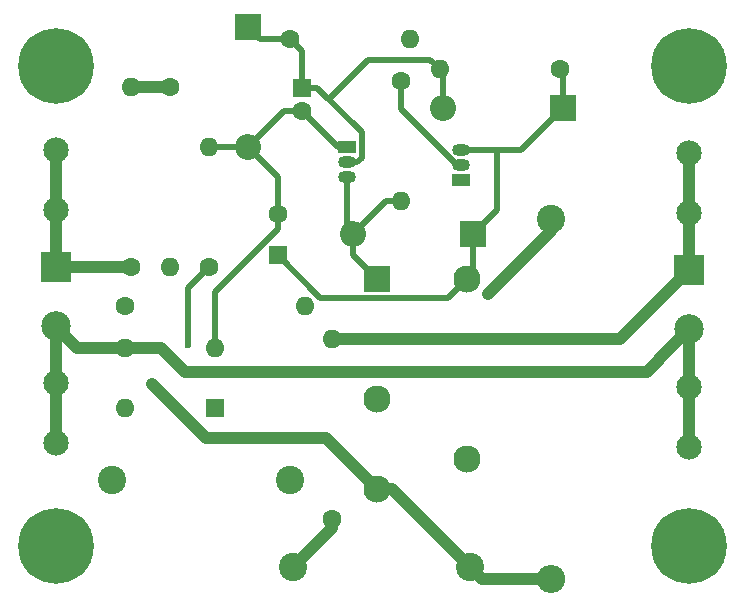
<source format=gbr>
G04 #@! TF.GenerationSoftware,KiCad,Pcbnew,(6.0.1-0)*
G04 #@! TF.CreationDate,2022-02-08T18:02:56+01:00*
G04 #@! TF.ProjectId,inrush-current-limiter-relais,696e7275-7368-42d6-9375-7272656e742d,rev?*
G04 #@! TF.SameCoordinates,Original*
G04 #@! TF.FileFunction,Copper,L2,Bot*
G04 #@! TF.FilePolarity,Positive*
%FSLAX46Y46*%
G04 Gerber Fmt 4.6, Leading zero omitted, Abs format (unit mm)*
G04 Created by KiCad (PCBNEW (6.0.1-0)) date 2022-02-08 18:02:56*
%MOMM*%
%LPD*%
G01*
G04 APERTURE LIST*
G04 #@! TA.AperFunction,ComponentPad*
%ADD10R,2.200000X2.200000*%
G04 #@! TD*
G04 #@! TA.AperFunction,ComponentPad*
%ADD11O,2.200000X2.200000*%
G04 #@! TD*
G04 #@! TA.AperFunction,ComponentPad*
%ADD12C,1.600000*%
G04 #@! TD*
G04 #@! TA.AperFunction,ComponentPad*
%ADD13O,1.600000X1.600000*%
G04 #@! TD*
G04 #@! TA.AperFunction,ComponentPad*
%ADD14R,1.600000X1.600000*%
G04 #@! TD*
G04 #@! TA.AperFunction,ComponentPad*
%ADD15R,2.500000X2.500000*%
G04 #@! TD*
G04 #@! TA.AperFunction,ComponentPad*
%ADD16C,2.500000*%
G04 #@! TD*
G04 #@! TA.AperFunction,ComponentPad*
%ADD17C,2.145000*%
G04 #@! TD*
G04 #@! TA.AperFunction,ComponentPad*
%ADD18R,2.300000X2.300000*%
G04 #@! TD*
G04 #@! TA.AperFunction,ComponentPad*
%ADD19C,2.300000*%
G04 #@! TD*
G04 #@! TA.AperFunction,ComponentPad*
%ADD20C,0.800000*%
G04 #@! TD*
G04 #@! TA.AperFunction,ComponentPad*
%ADD21C,6.400000*%
G04 #@! TD*
G04 #@! TA.AperFunction,ComponentPad*
%ADD22R,1.500000X1.050000*%
G04 #@! TD*
G04 #@! TA.AperFunction,ComponentPad*
%ADD23O,1.500000X1.050000*%
G04 #@! TD*
G04 #@! TA.AperFunction,ComponentPad*
%ADD24C,2.400000*%
G04 #@! TD*
G04 #@! TA.AperFunction,ComponentPad*
%ADD25O,2.400000X2.400000*%
G04 #@! TD*
G04 #@! TA.AperFunction,ViaPad*
%ADD26C,0.600000*%
G04 #@! TD*
G04 #@! TA.AperFunction,ViaPad*
%ADD27C,1.000000*%
G04 #@! TD*
G04 #@! TA.AperFunction,Conductor*
%ADD28C,0.500000*%
G04 #@! TD*
G04 #@! TA.AperFunction,Conductor*
%ADD29C,1.000000*%
G04 #@! TD*
G04 APERTURE END LIST*
D10*
X120650000Y-75184000D03*
D11*
X110490000Y-75184000D03*
D12*
X91186000Y-81280000D03*
D13*
X106426000Y-81280000D03*
D14*
X106172000Y-62770000D03*
D12*
X106172000Y-64770000D03*
D15*
X85344000Y-77978000D03*
D16*
X85344000Y-82978000D03*
D17*
X138938000Y-93218000D03*
X138938000Y-88138000D03*
D18*
X112522000Y-78994000D03*
D19*
X112522000Y-89154000D03*
X112522000Y-96774000D03*
X120142000Y-94234000D03*
X120142000Y-78994000D03*
D17*
X85344000Y-87757000D03*
X85344000Y-92837000D03*
D12*
X114554000Y-62230000D03*
D13*
X114554000Y-72390000D03*
D17*
X138938000Y-68326000D03*
X138938000Y-73406000D03*
D20*
X85344000Y-63360000D03*
X82944000Y-60960000D03*
D21*
X85344000Y-60960000D03*
D20*
X83646944Y-62657056D03*
X85344000Y-58560000D03*
X87041056Y-62657056D03*
X87041056Y-59262944D03*
X83646944Y-59262944D03*
X87744000Y-60960000D03*
D22*
X119634000Y-70612000D03*
D23*
X119634000Y-69342000D03*
X119634000Y-68072000D03*
D22*
X109982000Y-67818000D03*
D23*
X109982000Y-69088000D03*
X109982000Y-70358000D03*
D12*
X105156000Y-58674000D03*
D13*
X115316000Y-58674000D03*
D15*
X138938000Y-78232000D03*
D16*
X138938000Y-83232000D03*
D20*
X137240944Y-59262944D03*
X138938000Y-63360000D03*
X141338000Y-60960000D03*
X136538000Y-60960000D03*
X137240944Y-62657056D03*
X140635056Y-62657056D03*
X138938000Y-58560000D03*
D21*
X138938000Y-60960000D03*
D20*
X140635056Y-59262944D03*
D14*
X104140000Y-76962000D03*
D12*
X104140000Y-73462000D03*
D14*
X98806000Y-89916000D03*
D13*
X98806000Y-84836000D03*
X91186000Y-84836000D03*
X91186000Y-89916000D03*
D12*
X98298000Y-77978000D03*
D13*
X98298000Y-67818000D03*
D24*
X105156000Y-96012000D03*
X90156000Y-96012000D03*
D12*
X128016000Y-61214000D03*
D13*
X117856000Y-61214000D03*
D12*
X94996000Y-62738000D03*
D13*
X94996000Y-77978000D03*
D10*
X128270000Y-64516000D03*
D11*
X118110000Y-64516000D03*
D17*
X85344000Y-73152000D03*
X85344000Y-68072000D03*
D24*
X120410000Y-103378000D03*
X105410000Y-103378000D03*
X127254000Y-73914000D03*
D25*
X127254000Y-104394000D03*
D12*
X108712000Y-99314000D03*
D13*
X108712000Y-84074000D03*
D12*
X91694000Y-77978000D03*
D13*
X91694000Y-62738000D03*
D20*
X141338000Y-101600000D03*
X136538000Y-101600000D03*
X137240944Y-99902944D03*
X137240944Y-103297056D03*
X140635056Y-99902944D03*
D21*
X138938000Y-101600000D03*
D20*
X140635056Y-103297056D03*
X138938000Y-99200000D03*
X138938000Y-104000000D03*
X83646944Y-103297056D03*
X87041056Y-103297056D03*
X87041056Y-99902944D03*
X85344000Y-99200000D03*
D21*
X85344000Y-101600000D03*
D20*
X85344000Y-104000000D03*
X87744000Y-101600000D03*
X82944000Y-101600000D03*
X83646944Y-99902944D03*
D10*
X101600000Y-57658000D03*
D11*
X101600000Y-67818000D03*
D26*
X96520000Y-84582000D03*
D27*
X93472000Y-87884000D03*
X121920000Y-80264000D03*
D28*
X98806000Y-84836000D02*
X98806000Y-80030489D01*
X104140000Y-73462000D02*
X104140000Y-70358000D01*
X101600000Y-67818000D02*
X104648000Y-64770000D01*
X104140000Y-74696489D02*
X104140000Y-73462000D01*
X109982000Y-67818000D02*
X109220000Y-67818000D01*
X104140000Y-70358000D02*
X101600000Y-67818000D01*
X98298000Y-67818000D02*
X101600000Y-67818000D01*
X104648000Y-64770000D02*
X106172000Y-64770000D01*
X98806000Y-80030489D02*
X104140000Y-74696489D01*
X109220000Y-67818000D02*
X106172000Y-64770000D01*
X120650000Y-78486000D02*
X120142000Y-78994000D01*
X96520000Y-80772000D02*
X96520000Y-84582000D01*
X124714000Y-68072000D02*
X128270000Y-64516000D01*
X122682000Y-73152000D02*
X122682000Y-68072000D01*
X98298000Y-77978000D02*
X96520000Y-79756000D01*
X96520000Y-79756000D02*
X96520000Y-80772000D01*
X104140000Y-76962000D02*
X107771511Y-80593511D01*
X128270000Y-64516000D02*
X128270000Y-61468000D01*
X122682000Y-68072000D02*
X124714000Y-68072000D01*
X119634000Y-68072000D02*
X122682000Y-68072000D01*
X107771511Y-80593511D02*
X118542489Y-80593511D01*
X120650000Y-75184000D02*
X122682000Y-73152000D01*
X128270000Y-61468000D02*
X128016000Y-61214000D01*
X118542489Y-80593511D02*
X120142000Y-78994000D01*
X120650000Y-75184000D02*
X120650000Y-78486000D01*
X117856000Y-61214000D02*
X117056001Y-60414001D01*
X111252000Y-66550000D02*
X107472000Y-62770000D01*
X109982000Y-69088000D02*
X110886022Y-69088000D01*
X110886022Y-69088000D02*
X111252000Y-68722022D01*
X118110000Y-61468000D02*
X117856000Y-61214000D01*
X106172000Y-62770000D02*
X106172000Y-59690000D01*
X111252000Y-68722022D02*
X111252000Y-66550000D01*
X102616000Y-58674000D02*
X101600000Y-57658000D01*
X117056001Y-60414001D02*
X111797999Y-60414001D01*
X107472000Y-62770000D02*
X106172000Y-62770000D01*
X111797999Y-60414001D02*
X108457000Y-63755000D01*
X106172000Y-59690000D02*
X105156000Y-58674000D01*
X118110000Y-64516000D02*
X118110000Y-61468000D01*
X105156000Y-58674000D02*
X102616000Y-58674000D01*
D29*
X127254000Y-104394000D02*
X121426000Y-104394000D01*
X93472000Y-87884000D02*
X98044000Y-92456000D01*
X98044000Y-92456000D02*
X108204000Y-92456000D01*
X85344000Y-77978000D02*
X91694000Y-77978000D01*
X85344000Y-73152000D02*
X85344000Y-68072000D01*
X85344000Y-77978000D02*
X85344000Y-73152000D01*
X120410000Y-103378000D02*
X113806000Y-96774000D01*
X108204000Y-92456000D02*
X112522000Y-96774000D01*
X113806000Y-96774000D02*
X112522000Y-96774000D01*
X121426000Y-104394000D02*
X120410000Y-103378000D01*
X108712000Y-100076000D02*
X105410000Y-103378000D01*
X108712000Y-99314000D02*
X108712000Y-100076000D01*
X96266000Y-86868000D02*
X135382000Y-86868000D01*
X85344000Y-82978000D02*
X85344000Y-87757000D01*
X136398000Y-85852000D02*
X136398000Y-85772000D01*
X94234000Y-84836000D02*
X96266000Y-86868000D01*
X135382000Y-86868000D02*
X136398000Y-85852000D01*
X87202000Y-84836000D02*
X85344000Y-82978000D01*
X91186000Y-84836000D02*
X94234000Y-84836000D01*
X138938000Y-88138000D02*
X138938000Y-83232000D01*
X91186000Y-84836000D02*
X87202000Y-84836000D01*
X85344000Y-87757000D02*
X85344000Y-92837000D01*
X136398000Y-85772000D02*
X138938000Y-83232000D01*
X138938000Y-93218000D02*
X138938000Y-88138000D01*
D28*
X110490000Y-75184000D02*
X110490000Y-76962000D01*
X109982000Y-74676000D02*
X110490000Y-75184000D01*
X110490000Y-76962000D02*
X112522000Y-78994000D01*
X109982000Y-70358000D02*
X109982000Y-74676000D01*
X114554000Y-72390000D02*
X113284000Y-72390000D01*
X113284000Y-72390000D02*
X110490000Y-75184000D01*
D29*
X138938000Y-73406000D02*
X138938000Y-68326000D01*
X133096000Y-84074000D02*
X138938000Y-78232000D01*
X138938000Y-78232000D02*
X138938000Y-73406000D01*
X108712000Y-84074000D02*
X133096000Y-84074000D01*
X121920000Y-80264000D02*
X127254000Y-74930000D01*
X127254000Y-74930000D02*
X127254000Y-73914000D01*
D28*
X114554000Y-64595179D02*
X119300821Y-69342000D01*
X114554000Y-62230000D02*
X114554000Y-64595179D01*
X119300821Y-69342000D02*
X119634000Y-69342000D01*
D29*
X91694000Y-62738000D02*
X94996000Y-62738000D01*
M02*

</source>
